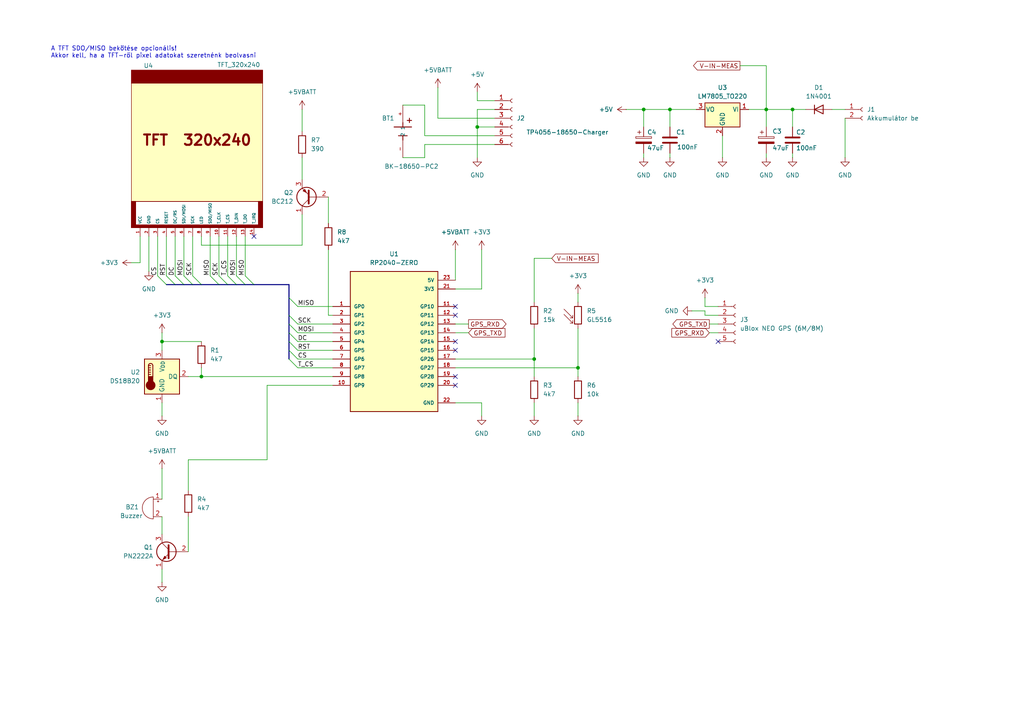
<source format=kicad_sch>
(kicad_sch (version 20250114) (generator "eeschema") (generator_version "9.0")
  (paper "A4")
  (title_block (title "Pico GPS Spedometer") (date "2025-08-16") (company "BT-Soft"))
  (lib_symbols
    (symbol "Connector:Conn_01x02_Socket" (pin_names (offset 1.016) (hide yes))
      (property "Reference" "J" (at 0 2.54 0))
      (property "Value" "Conn_01x02_Socket" (at 0 -5.08 0))
      (symbol "Conn_01x02_Socket_1_1"
        (polyline (pts (xy -1.27 0) (xy -0.508 0)) (stroke (width 0.1524)))
        (polyline (pts (xy -1.27 -2.54) (xy -0.508 -2.54)) (stroke (width 0.1524)))
        (arc (start 0 -0.508) (mid -0.5058 0) (end 0 0.508) (stroke (width 0.1524)))
        (arc (start 0 -3.048) (mid -0.5058 -2.54) (end 0 -2.032) (stroke (width 0.1524)))
        (pin passive line (at -5.08 0 0) (length 3.81) (name "Pin_1") (number "1"))
        (pin passive line (at -5.08 -2.54 0) (length 3.81) (name "Pin_2") (number "2"))
      )
    )
    (symbol "Connector:Conn_01x05_Socket" (pin_names (offset 1.016) (hide yes))
      (property "Reference" "J" (at 0 7.62 0))
      (property "Value" "Conn_01x05_Socket" (at 0 -7.62 0))
      (symbol "Conn_01x05_Socket_1_1"
        (polyline (pts (xy -1.27 5.08) (xy -0.508 5.08)) (stroke (width 0.1524)))
        (polyline (pts (xy -1.27 2.54) (xy -0.508 2.54)) (stroke (width 0.1524)))
        (polyline (pts (xy -1.27 0) (xy -0.508 0)) (stroke (width 0.1524)))
        (polyline (pts (xy -1.27 -2.54) (xy -0.508 -2.54)) (stroke (width 0.1524)))
        (polyline (pts (xy -1.27 -5.08) (xy -0.508 -5.08)) (stroke (width 0.1524)))
        (arc (start 0 4.572) (mid -0.5058 5.08) (end 0 5.588) (stroke (width 0.1524)))
        (arc (start 0 2.032) (mid -0.5058 2.54) (end 0 3.048) (stroke (width 0.1524)))
        (arc (start 0 -0.508) (mid -0.5058 0) (end 0 0.508) (stroke (width 0.1524)))
        (arc (start 0 -3.048) (mid -0.5058 -2.54) (end 0 -2.032) (stroke (width 0.1524)))
        (arc (start 0 -5.588) (mid -0.5058 -5.08) (end 0 -4.572) (stroke (width 0.1524)))
        (pin passive line (at -5.08 5.08 0) (length 3.81) (name "Pin_1") (number "1"))
        (pin passive line (at -5.08 2.54 0) (length 3.81) (name "Pin_2") (number "2"))
        (pin passive line (at -5.08 0 0) (length 3.81) (name "Pin_3") (number "3"))
        (pin passive line (at -5.08 -2.54 0) (length 3.81) (name "Pin_4") (number "4"))
        (pin passive line (at -5.08 -5.08 0) (length 3.81) (name "Pin_5") (number "5"))
      )
    )
    (symbol "Connector:Conn_01x06_Socket" (pin_names (offset 1.016) (hide yes))
      (property "Reference" "J" (at 0 7.62 0))
      (property "Value" "Conn_01x06_Socket" (at 0 -10.16 0))
      (symbol "Conn_01x06_Socket_1_1"
        (polyline (pts (xy -1.27 5.08) (xy -0.508 5.08)) (stroke (width 0.1524)))
        (polyline (pts (xy -1.27 2.54) (xy -0.508 2.54)) (stroke (width 0.1524)))
        (polyline (pts (xy -1.27 0) (xy -0.508 0)) (stroke (width 0.1524)))
        (polyline (pts (xy -1.27 -2.54) (xy -0.508 -2.54)) (stroke (width 0.1524)))
        (polyline (pts (xy -1.27 -5.08) (xy -0.508 -5.08)) (stroke (width 0.1524)))
        (polyline (pts (xy -1.27 -7.62) (xy -0.508 -7.62)) (stroke (width 0.1524)))
        (arc (start 0 4.572) (mid -0.5058 5.08) (end 0 5.588) (stroke (width 0.1524)))
        (arc (start 0 2.032) (mid -0.5058 2.54) (end 0 3.048) (stroke (width 0.1524)))
        (arc (start 0 -0.508) (mid -0.5058 0) (end 0 0.508) (stroke (width 0.1524)))
        (arc (start 0 -3.048) (mid -0.5058 -2.54) (end 0 -2.032) (stroke (width 0.1524)))
        (arc (start 0 -5.588) (mid -0.5058 -5.08) (end 0 -4.572) (stroke (width 0.1524)))
        (arc (start 0 -8.128) (mid -0.5058 -7.62) (end 0 -7.112) (stroke (width 0.1524)))
        (pin passive line (at -5.08 5.08 0) (length 3.81) (name "Pin_1") (number "1"))
        (pin passive line (at -5.08 2.54 0) (length 3.81) (name "Pin_2") (number "2"))
        (pin passive line (at -5.08 0 0) (length 3.81) (name "Pin_3") (number "3"))
        (pin passive line (at -5.08 -2.54 0) (length 3.81) (name "Pin_4") (number "4"))
        (pin passive line (at -5.08 -5.08 0) (length 3.81) (name "Pin_5") (number "5"))
        (pin passive line (at -5.08 -7.62 0) (length 3.81) (name "Pin_6") (number "6"))
      )
    )
    (symbol "Device:BK-18650-PC2" (pin_names (offset 1.016))
      (property "Reference" "BT" (at -3.81 3.81 0))
      (property "Value" "BK-18650-PC2" (at -3.81 -5.08 0))
      (symbol "BK-18650-PC2_0_0"
        (polyline (pts (xy -3.81 1.905) (xy -2.54 1.905)) (stroke (width 0.254)))
        (polyline (pts (xy -3.175 2.54) (xy -3.175 1.27)) (stroke (width 0.254)))
        (polyline (pts (xy -1.27 2.54) (xy -1.27 0)) (stroke (width 0.254)))
        (polyline (pts (xy -1.27 0) (xy -2.54 0)) (stroke (width 0.254)))
        (polyline (pts (xy -1.27 0) (xy -1.27 -2.54)) (stroke (width 0.254)))
        (polyline (pts (xy 1.27 1.27) (xy 1.27 0)) (stroke (width 0.254)))
        (polyline (pts (xy 1.27 0) (xy 1.27 -1.27)) (stroke (width 0.254)))
        (polyline (pts (xy 1.27 0) (xy 2.54 0)) (stroke (width 0.254)))
        (pin bidirectional line (at -7.62 0 0) (length 5.08) (name "1") (number "+"))
        (pin bidirectional line (at 7.62 0 180) (length 5.08) (name "2") (number "-"))
      )
    )
    (symbol "Device:Buzzer" (pin_names (offset 0.0254) (hide yes))
      (property "Reference" "BZ" (at 3.81 1.27 0))
      (property "Value" "Buzzer" (at 3.81 -1.27 0))
      (symbol "Buzzer_0_1"
        (polyline (pts (xy -1.651 1.905) (xy -1.143 1.905)))
        (polyline (pts (xy -1.397 2.159) (xy -1.397 1.651)))
        (arc (start 0 3.175) (mid 3.1612 0) (end 0 -3.175))
        (polyline (pts (xy 0 3.175) (xy 0 -3.175)))
      )
      (symbol "Buzzer_1_1"
        (pin passive line (at -2.54 2.54 0) (length 2.54) (name "+") (number "1"))
        (pin passive line (at -2.54 -2.54 0) (length 2.54) (name "-") (number "2"))
      )
    )
    (symbol "Device:C" (pin_numbers (hide yes)) (pin_names (offset 0.254))
      (property "Reference" "C" (at 0.635 2.54 0))
      (property "Value" "C" (at 0.635 -2.54 0))
      (symbol "C_0_1"
        (polyline (pts (xy -2.032 0.762) (xy 2.032 0.762)) (stroke (width 0.508)))
        (polyline (pts (xy -2.032 -0.762) (xy 2.032 -0.762)) (stroke (width 0.508)))
      )
      (symbol "C_1_1"
        (pin passive line (at 0 3.81 270) (length 2.794) (name "~") (number "1"))
        (pin passive line (at 0 -3.81 90) (length 2.794) (name "~") (number "2"))
      )
    )
    (symbol "Device:C_Polarized" (pin_numbers (hide yes)) (pin_names (offset 0.254))
      (property "Reference" "C" (at 0.635 2.54 0))
      (property "Value" "C_Polarized" (at 0.635 -2.54 0))
      (symbol "C_Polarized_0_1"
        (rectangle (start -2.286 0.508) (end 2.286 1.016))
        (polyline (pts (xy -1.778 2.286) (xy -0.762 2.286)))
        (polyline (pts (xy -1.27 2.794) (xy -1.27 1.778)))
        (rectangle (start 2.286 -0.508) (end -2.286 -1.016) (fill (type outline)))
      )
      (symbol "C_Polarized_1_1"
        (pin passive line (at 0 3.81 270) (length 2.794) (name "~") (number "1"))
        (pin passive line (at 0 -3.81 90) (length 2.794) (name "~") (number "2"))
      )
    )
    (symbol "Device:R" (pin_numbers (hide yes)) (pin_names (offset 0))
      (property "Reference" "R" (at 2.032 0 90))
      (property "Value" "R" (at 0 0 90))
      (symbol "R_0_1"
        (rectangle (start -1.016 -2.54) (end 1.016 2.54) (stroke (width 0.254)))
      )
      (symbol "R_1_1"
        (pin passive line (at 0 3.81 270) (length 1.27) (name "~") (number "1"))
        (pin passive line (at 0 -3.81 90) (length 1.27) (name "~") (number "2"))
      )
    )
    (symbol "Device:R_Photo" (pin_numbers (hide yes)) (pin_names (offset 0))
      (property "Reference" "R" (at 1.27 1.27 0))
      (property "Value" "R_Photo" (at 1.27 0 0))
      (symbol "R_Photo_0_1"
        (polyline (pts (xy -1.524 -0.762) (xy -4.064 1.778)))
        (polyline (pts (xy -1.524 -0.762) (xy -2.286 -0.762)))
        (polyline (pts (xy -1.524 -0.762) (xy -1.524 0)))
        (polyline (pts (xy -1.524 -2.286) (xy -4.064 0.254)))
        (polyline (pts (xy -1.524 -2.286) (xy -2.286 -2.286)))
        (polyline (pts (xy -1.524 -2.286) (xy -1.524 -1.524)))
        (rectangle (start -1.016 2.54) (end 1.016 -2.54) (stroke (width 0.254)))
      )
      (symbol "R_Photo_1_1"
        (pin passive line (at 0 3.81 270) (length 1.27) (name "~") (number "1"))
        (pin passive line (at 0 -3.81 90) (length 1.27) (name "~") (number "2"))
      )
    )
    (symbol "Diode:1N4001" (pin_numbers (hide yes)) (pin_names (hide yes))
      (property "Reference" "D" (at 0 2.54 0))
      (property "Value" "1N4001" (at 0 -2.54 0))
      (symbol "1N4001_0_1"
        (polyline (pts (xy -1.27 1.27) (xy -1.27 -1.27)) (stroke (width 0.254)))
        (polyline (pts (xy 1.27 1.27) (xy 1.27 -1.27) (xy -1.27 0) (xy 1.27 1.27)) (stroke (width 0.254)))
        (polyline (pts (xy 1.27 0) (xy -1.27 0)))
      )
      (symbol "1N4001_1_1"
        (pin passive line (at -3.81 0 0) (length 2.54) (name "K") (number "1"))
        (pin passive line (at 3.81 0 180) (length 2.54) (name "A") (number "2"))
      )
    )
    (symbol "Display_Graphic:TFT_320x240" (pin_names (offset 1.016))
      (property "Reference" "U?" (at 20.32 25.4001 0))
      (property "Value" "TFT_320x240" (at 20.32 22.8601 0))
      (property "Footprint" "z_Devices:TFT-320x240" (at 20.32 20.3201 0))
      (symbol "TFT_320x240_0_0"
        (text "TFT  320x240" (at 0 25.4 0) (effects (font (size 2.9972 2.9972) (bold yes))))
      )
      (symbol "TFT_320x240_0_1"
        (rectangle (start -19.05 41.91) (end 19.05 45.72) (fill (type outline)))
        (rectangle (start -19.05 41.91) (end 19.05 7.62) (fill (type background)))
        (rectangle (start -19.05 7.62) (end -17.78 0) (fill (type outline)))
        (rectangle (start -19.05 7.62) (end 19.05 0))
        (rectangle (start -19.05 0.8382) (end 19.05 0) (fill (type outline)))
        (rectangle (start 17.78 7.62) (end 19.05 0) (fill (type outline)))
      )
      (symbol "TFT_320x240_1_1"
        (pin power_in line (at -16.51 -2.54 90) (length 2.54) (name "VCC") (number "1"))
        (pin bidirectional line (at -13.97 -2.54 90) (length 2.54) (name "GND") (number "2"))
        (pin bidirectional line (at -11.43 -2.54 90) (length 2.54) (name "CS") (number "3"))
        (pin bidirectional line (at -8.89 -2.54 90) (length 2.54) (name "RESET") (number "4"))
        (pin bidirectional line (at -6.35 -2.54 90) (length 2.54) (name "DC/RS") (number "5"))
        (pin bidirectional line (at -3.81 -2.54 90) (length 2.54) (name "SDI/MOSI") (number "6"))
        (pin bidirectional line (at -1.27 -2.54 90) (length 2.54) (name "SCK") (number "7"))
        (pin passive line (at 1.27 -2.54 90) (length 2.54) (name "LED") (number "8"))
        (pin bidirectional line (at 3.81 -2.54 90) (length 2.54) (name "SDO/MISO") (number "9"))
        (pin bidirectional line (at 6.35 -2.54 90) (length 2.54) (name "T_CLK") (number "10"))
        (pin bidirectional line (at 8.89 -2.54 90) (length 2.54) (name "T_CS") (number "11"))
        (pin bidirectional line (at 11.43 -2.54 90) (length 2.54) (name "T_DIN") (number "12"))
        (pin bidirectional line (at 13.97 -2.54 90) (length 2.54) (name "T_DO") (number "13"))
        (pin bidirectional line (at 16.51 -2.54 90) (length 2.54) (name "T_IRQ") (number "14"))
      )
    )
    (symbol "MCU_Module:RP2040-ZERO" (pin_names (offset 1.016))
      (property "Reference" "U" (at -12.7 21.082 0))
      (property "Value" "RP2040-ZERO" (at -12.7 -22.86 0))
      (symbol "RP2040-ZERO_0_0"
        (rectangle (start -12.7 -20.32) (end 12.7 20.32) (stroke (width 0.254)) (fill (type background)))
        (pin bidirectional line (at -17.78 10.16 0) (length 5.08) (name "GP0") (number "1"))
        (pin bidirectional line (at -17.78 7.62 0) (length 5.08) (name "GP1") (number "2"))
        (pin bidirectional line (at -17.78 5.08 0) (length 5.08) (name "GP2") (number "3"))
        (pin bidirectional line (at -17.78 2.54 0) (length 5.08) (name "GP3") (number "4"))
        (pin bidirectional line (at -17.78 0 0) (length 5.08) (name "GP4") (number "5"))
        (pin bidirectional line (at -17.78 -2.54 0) (length 5.08) (name "GP5") (number "6"))
        (pin bidirectional line (at -17.78 -5.08 0) (length 5.08) (name "GP6") (number "7"))
        (pin bidirectional line (at -17.78 -7.62 0) (length 5.08) (name "GP7") (number "8"))
        (pin bidirectional line (at -17.78 -10.16 0) (length 5.08) (name "GP8") (number "9"))
        (pin bidirectional line (at -17.78 -12.7 0) (length 5.08) (name "GP9") (number "10"))
        (pin power_in line (at 17.78 17.78 180) (length 5.08) (name "5V") (number "23"))
        (pin power_in line (at 17.78 15.24 180) (length 5.08) (name "3V3") (number "21"))
        (pin bidirectional line (at 17.78 10.16 180) (length 5.08) (name "GP10") (number "11"))
        (pin bidirectional line (at 17.78 7.62 180) (length 5.08) (name "GP11") (number "12"))
        (pin bidirectional line (at 17.78 5.08 180) (length 5.08) (name "GP12") (number "13"))
        (pin bidirectional line (at 17.78 2.54 180) (length 5.08) (name "GP13") (number "14"))
        (pin bidirectional line (at 17.78 0 180) (length 5.08) (name "GP14") (number "15"))
        (pin bidirectional line (at 17.78 -2.54 180) (length 5.08) (name "GP15") (number "16"))
        (pin bidirectional line (at 17.78 -5.08 180) (length 5.08) (name "GP26") (number "17"))
        (pin bidirectional line (at 17.78 -7.62 180) (length 5.08) (name "GP27") (number "18"))
        (pin bidirectional line (at 17.78 -10.16 180) (length 5.08) (name "GP28") (number "19"))
        (pin bidirectional line (at 17.78 -12.7 180) (length 5.08) (name "GP29") (number "20"))
        (pin power_in line (at 17.78 -17.78 180) (length 5.08) (name "GND") (number "22"))
      )
    )
    (symbol "Regulator_Linear:LM7805_TO220" (pin_names (offset 0.254))
      (property "Reference" "U" (at -3.81 3.175 0))
      (property "Value" "LM7805_TO220" (at 0 3.175 0))
      (symbol "LM7805_TO220_0_1"
        (rectangle (start -5.08 1.905) (end 5.08 -5.08) (stroke (width 0.254)) (fill (type background)))
      )
      (symbol "LM7805_TO220_1_1"
        (pin power_in line (at -7.62 0 0) (length 2.54) (name "VI") (number "1"))
        (pin power_in line (at 0 -7.62 90) (length 2.54) (name "GND") (number "2"))
        (pin power_out line (at 7.62 0 180) (length 2.54) (name "VO") (number "3"))
      )
    )
    (symbol "Sensor_Temperature:DS18B20"
      (property "Reference" "U" (at -3.81 6.35 0))
      (property "Value" "DS18B20" (at 6.35 6.35 0))
      (symbol "DS18B20_0_1"
        (rectangle (start -5.08 5.08) (end 5.08 -5.08) (stroke (width 0.254)) (fill (type background)))
        (polyline (pts (xy -3.937 3.175) (xy -3.937 0)) (stroke (width 0.254)))
        (polyline (pts (xy -3.937 3.175) (xy -3.302 3.175)) (stroke (width 0.254)))
        (polyline (pts (xy -3.937 2.54) (xy -3.302 2.54)) (stroke (width 0.254)))
        (polyline (pts (xy -3.937 1.905) (xy -3.302 1.905)) (stroke (width 0.254)))
        (polyline (pts (xy -3.937 1.27) (xy -3.302 1.27)) (stroke (width 0.254)))
        (polyline (pts (xy -3.937 0.635) (xy -3.302 0.635)) (stroke (width 0.254)))
        (arc (start -3.937 3.175) (mid -3.302 3.8073) (end -2.667 3.175) (stroke (width 0.254)))
        (circle (center -3.302 -2.54) (radius 1.27) (stroke (width 0.254)) (fill (type outline)))
        (polyline (pts (xy -2.667 3.175) (xy -2.667 0)) (stroke (width 0.254)))
        (rectangle (start -2.667 -1.905) (end -3.937 0) (stroke (width 0.254)) (fill (type outline)))
      )
      (symbol "DS18B20_1_1"
        (pin power_in line (at 0 7.62 270) (length 2.54) (name "V_{DD}") (number "3"))
        (pin power_in line (at 0 -7.62 90) (length 2.54) (name "GND") (number "1"))
        (pin bidirectional line (at 7.62 0 180) (length 2.54) (name "DQ") (number "2"))
      )
    )
    (symbol "Transistor_BJT:BC212" (pin_names (offset 0) (hide yes))
      (property "Reference" "Q" (at 5.08 1.905 0))
      (property "Value" "BC212" (at 5.08 0 0))
      (symbol "BC212_0_1"
        (polyline (pts (xy -2.54 0) (xy 0.635 0)))
        (polyline (pts (xy 0.635 1.905) (xy 0.635 -1.905)) (stroke (width 0.508)))
        (polyline (pts (xy 0.635 0.635) (xy 2.54 2.54)))
        (polyline (pts (xy 0.635 -0.635) (xy 2.54 -2.54)))
        (circle (center 1.27 0) (radius 2.8194) (stroke (width 0.254)))
        (polyline (pts (xy 2.286 -1.778) (xy 1.778 -2.286) (xy 1.27 -1.27) (xy 2.286 -1.778)) (fill (type outline)))
      )
      (symbol "BC212_1_1"
        (pin input line (at -5.08 0 0) (length 2.54) (name "B") (number "2"))
        (pin passive line (at 2.54 5.08 270) (length 2.54) (name "C") (number "1"))
        (pin passive line (at 2.54 -5.08 90) (length 2.54) (name "E") (number "3"))
      )
    )
    (symbol "Transistor_BJT:PN2222A" (pin_names (offset 0) (hide yes))
      (property "Reference" "Q" (at 5.08 1.905 0))
      (property "Value" "PN2222A" (at 5.08 0 0))
      (symbol "PN2222A_0_1"
        (polyline (pts (xy -2.54 0) (xy 0.635 0)))
        (polyline (pts (xy 0.635 1.905) (xy 0.635 -1.905)) (stroke (width 0.508)))
        (circle (center 1.27 0) (radius 2.8194) (stroke (width 0.254)))
      )
      (symbol "PN2222A_1_1"
        (polyline (pts (xy 0.635 0.635) (xy 2.54 2.54)))
        (polyline (pts (xy 0.635 -0.635) (xy 2.54 -2.54)))
        (polyline (pts (xy 1.27 -1.778) (xy 1.778 -1.27) (xy 2.286 -2.286) (xy 1.27 -1.778)) (fill (type outline)))
        (pin input line (at -5.08 0 0) (length 2.54) (name "B") (number "2"))
        (pin passive line (at 2.54 5.08 270) (length 2.54) (name "C") (number "3"))
        (pin passive line (at 2.54 -5.08 90) (length 2.54) (name "E") (number "1"))
      )
    )
    (symbol "power:+3V3" (power) (pin_numbers (hide yes)) (pin_names (offset 0) (hide yes))
      (property "Value" "+3V3" (at 0 3.556 0))
      (symbol "+3V3_0_1"
        (polyline (pts (xy -0.762 1.27) (xy 0 2.54)))
        (polyline (pts (xy 0 2.54) (xy 0.762 1.27)))
        (polyline (pts (xy 0 0) (xy 0 2.54)))
      )
      (symbol "+3V3_1_1"
        (pin power_in line (at 0 0 90) (length 0) (name "~") (number "1"))
      )
    )
    (symbol "power:+5V" (power) (pin_numbers (hide yes)) (pin_names (offset 0) (hide yes))
      (property "Value" "+5V" (at 0 3.556 0))
      (symbol "+5V_0_1"
        (polyline (pts (xy -0.762 1.27) (xy 0 2.54)))
        (polyline (pts (xy 0 2.54) (xy 0.762 1.27)))
        (polyline (pts (xy 0 0) (xy 0 2.54)))
      )
      (symbol "+5V_1_1"
        (pin power_in line (at 0 0 90) (length 0) (name "~") (number "1"))
      )
    )
    (symbol "power:GND" (power) (pin_numbers (hide yes)) (pin_names (offset 0) (hide yes))
      (property "Value" "GND" (at 0 -3.81 0))
      (symbol "GND_0_1"
        (polyline (pts (xy 0 0) (xy 0 -1.27) (xy 1.27 -1.27) (xy 0 -2.54) (xy -1.27 -1.27) (xy 0 -1.27)))
      )
      (symbol "GND_1_1"
        (pin power_in line (at 0 0 270) (length 0) (name "~") (number "1"))
      )
    )
  )
  (text "A TFT SDO/MISO bekötése opcionális!\nAkkor kell, ha a TFT-ről pixel adatokat szeretnénk beolvasni" (at 14.732 15.24 0) (effects (font (size 1.27 1.27) (thickness 0.1588)) (justify left)))
  (junction (at 222.25 31.75))
  (junction (at 194.31 31.75))
  (junction (at 138.43 36.83))
  (junction (at 167.64 106.68))
  (junction (at 186.69 31.75))
  (junction (at 58.42 109.22))
  (junction (at 229.87 31.75))
  (junction (at 154.94 104.14))
  (junction (at 46.99 99.06))
  (no_connect (at 132.08 99.06))
  (no_connect (at 73.66 68.58))
  (no_connect (at 132.08 111.76))
  (no_connect (at 132.08 88.9))
  (no_connect (at 132.08 91.44))
  (no_connect (at 208.28 99.06))
  (no_connect (at 132.08 101.6))
  (no_connect (at 132.08 109.22))
  (bus_entry (at 53.34 80.01) (size 2.54 2.54))
  (bus_entry (at 66.04 80.01) (size 2.54 2.54))
  (bus_entry (at 50.8 80.01) (size 2.54 2.54))
  (bus_entry (at 83.82 93.98) (size 2.54 2.54))
  (bus_entry (at 55.88 80.01) (size 2.54 2.54))
  (bus_entry (at 45.72 80.01) (size 2.54 2.54))
  (bus_entry (at 60.96 80.01) (size 2.54 2.54))
  (bus_entry (at 83.82 96.52) (size 2.54 2.54))
  (bus_entry (at 83.82 86.36) (size 2.54 2.54))
  (bus_entry (at 83.82 99.06) (size 2.54 2.54))
  (bus_entry (at 83.82 104.14) (size 2.54 2.54))
  (bus_entry (at 63.5 80.01) (size 2.54 2.54))
  (bus_entry (at 71.12 80.01) (size 2.54 2.54))
  (bus_entry (at 48.26 80.01) (size 2.54 2.54))
  (bus_entry (at 68.58 80.01) (size 2.54 2.54))
  (bus_entry (at 83.82 91.44) (size 2.54 2.54))
  (bus_entry (at 83.82 101.6) (size 2.54 2.54))
  (wire (pts (xy 160.02 74.93) (xy 154.94 74.93)))
  (wire (pts (xy 139.7 72.39) (xy 139.7 83.82)))
  (wire (pts (xy 60.96 68.58) (xy 60.96 80.01)))
  (wire (pts (xy 43.18 68.58) (xy 43.18 78.74)))
  (wire (pts (xy 222.25 31.75) (xy 229.87 31.75)))
  (wire (pts (xy 45.72 68.58) (xy 45.72 80.01)))
  (wire (pts (xy 154.94 104.14) (xy 154.94 109.22)))
  (wire (pts (xy 123.19 41.91) (xy 143.51 41.91)))
  (wire (pts (xy 194.31 31.75) (xy 194.31 36.83)))
  (bus (pts (xy 58.42 82.55) (xy 63.5 82.55)))
  (bus (pts (xy 55.88 82.55) (xy 58.42 82.55)))
  (wire (pts (xy 46.99 99.06) (xy 58.42 99.06)))
  (wire (pts (xy 123.19 45.72) (xy 123.19 41.91)))
  (wire (pts (xy 138.43 36.83) (xy 143.51 36.83)))
  (bus (pts (xy 83.82 93.98) (xy 83.82 91.44)))
  (wire (pts (xy 222.25 44.45) (xy 222.25 45.72)))
  (wire (pts (xy 86.36 96.52) (xy 96.52 96.52)))
  (wire (pts (xy 77.47 111.76) (xy 77.47 133.35)))
  (wire (pts (xy 167.64 106.68) (xy 167.64 109.22)))
  (wire (pts (xy 68.58 68.58) (xy 68.58 80.01)))
  (bus (pts (xy 71.12 82.55) (xy 73.66 82.55)))
  (wire (pts (xy 55.88 68.58) (xy 55.88 80.01)))
  (wire (pts (xy 95.25 91.44) (xy 95.25 72.39)))
  (wire (pts (xy 245.11 34.29) (xy 245.11 45.72)))
  (wire (pts (xy 123.19 39.37) (xy 123.19 30.48)))
  (bus (pts (xy 63.5 82.55) (xy 66.04 82.55)))
  (wire (pts (xy 50.8 68.58) (xy 50.8 80.01)))
  (bus (pts (xy 83.82 86.36) (xy 83.82 91.44)))
  (bus (pts (xy 83.82 101.6) (xy 83.82 99.06)))
  (wire (pts (xy 46.99 96.52) (xy 46.99 99.06)))
  (wire (pts (xy 66.04 68.58) (xy 66.04 80.01)))
  (wire (pts (xy 143.51 31.75) (xy 138.43 31.75)))
  (wire (pts (xy 58.42 106.68) (xy 58.42 109.22)))
  (wire (pts (xy 96.52 91.44) (xy 95.25 91.44)))
  (wire (pts (xy 154.94 95.25) (xy 154.94 104.14)))
  (wire (pts (xy 54.61 133.35) (xy 54.61 142.24)))
  (wire (pts (xy 87.63 45.72) (xy 87.63 52.07)))
  (wire (pts (xy 143.51 29.21) (xy 138.43 29.21)))
  (wire (pts (xy 132.08 93.98) (xy 135.89 93.98)))
  (wire (pts (xy 87.63 62.23) (xy 87.63 71.12)))
  (wire (pts (xy 86.36 104.14) (xy 96.52 104.14)))
  (wire (pts (xy 167.64 85.09) (xy 167.64 87.63)))
  (wire (pts (xy 46.99 99.06) (xy 46.99 101.6)))
  (wire (pts (xy 46.99 135.89) (xy 46.99 144.78)))
  (bus (pts (xy 83.82 86.36) (xy 83.82 82.55)))
  (bus (pts (xy 83.82 96.52) (xy 83.82 93.98)))
  (wire (pts (xy 40.64 76.2) (xy 40.64 68.58)))
  (wire (pts (xy 87.63 31.75) (xy 87.63 38.1)))
  (bus (pts (xy 83.82 99.06) (xy 83.82 96.52)))
  (bus (pts (xy 68.58 82.55) (xy 71.12 82.55)))
  (wire (pts (xy 138.43 29.21) (xy 138.43 26.67)))
  (wire (pts (xy 204.47 90.17) (xy 204.47 91.44)))
  (wire (pts (xy 95.25 57.15) (xy 95.25 64.77)))
  (wire (pts (xy 132.08 104.14) (xy 154.94 104.14)))
  (wire (pts (xy 143.51 34.29) (xy 127 34.29)))
  (wire (pts (xy 77.47 111.76) (xy 96.52 111.76)))
  (wire (pts (xy 204.47 88.9) (xy 204.47 86.36)))
  (wire (pts (xy 217.17 31.75) (xy 222.25 31.75)))
  (wire (pts (xy 138.43 36.83) (xy 138.43 45.72)))
  (bus (pts (xy 53.34 82.55) (xy 55.88 82.55)))
  (wire (pts (xy 132.08 96.52) (xy 135.89 96.52)))
  (wire (pts (xy 200.66 90.17) (xy 204.47 90.17)))
  (wire (pts (xy 46.99 116.84) (xy 46.99 120.65)))
  (wire (pts (xy 167.64 95.25) (xy 167.64 106.68)))
  (wire (pts (xy 53.34 68.58) (xy 53.34 80.01)))
  (wire (pts (xy 86.36 88.9) (xy 96.52 88.9)))
  (wire (pts (xy 139.7 83.82) (xy 132.08 83.82)))
  (wire (pts (xy 87.63 71.12) (xy 58.42 71.12)))
  (wire (pts (xy 194.31 31.75) (xy 186.69 31.75)))
  (wire (pts (xy 181.61 31.75) (xy 186.69 31.75)))
  (wire (pts (xy 139.7 116.84) (xy 132.08 116.84)))
  (wire (pts (xy 48.26 68.58) (xy 48.26 80.01)))
  (wire (pts (xy 209.55 39.37) (xy 209.55 45.72)))
  (wire (pts (xy 123.19 30.48) (xy 116.84 30.48)))
  (bus (pts (xy 73.66 82.55) (xy 83.82 82.55)))
  (wire (pts (xy 54.61 133.35) (xy 77.47 133.35)))
  (wire (pts (xy 143.51 39.37) (xy 123.19 39.37)))
  (wire (pts (xy 222.25 19.05) (xy 222.25 31.75)))
  (bus (pts (xy 66.04 82.55) (xy 68.58 82.55)))
  (wire (pts (xy 86.36 101.6) (xy 96.52 101.6)))
  (wire (pts (xy 154.94 74.93) (xy 154.94 87.63)))
  (wire (pts (xy 116.84 45.72) (xy 123.19 45.72)))
  (bus (pts (xy 83.82 101.6) (xy 83.82 104.14)))
  (wire (pts (xy 204.47 91.44) (xy 208.28 91.44)))
  (wire (pts (xy 58.42 68.58) (xy 58.42 71.12)))
  (wire (pts (xy 132.08 106.68) (xy 167.64 106.68)))
  (wire (pts (xy 86.36 106.68) (xy 96.52 106.68)))
  (wire (pts (xy 54.61 149.86) (xy 54.61 160.02)))
  (wire (pts (xy 38.1 76.2) (xy 40.64 76.2)))
  (wire (pts (xy 229.87 44.45) (xy 229.87 45.72)))
  (wire (pts (xy 63.5 68.58) (xy 63.5 80.01)))
  (wire (pts (xy 167.64 116.84) (xy 167.64 120.65)))
  (wire (pts (xy 58.42 109.22) (xy 96.52 109.22)))
  (wire (pts (xy 229.87 31.75) (xy 229.87 36.83)))
  (wire (pts (xy 222.25 31.75) (xy 222.25 36.83)))
  (bus (pts (xy 48.26 82.55) (xy 50.8 82.55)))
  (bus (pts (xy 50.8 82.55) (xy 53.34 82.55)))
  (wire (pts (xy 194.31 44.45) (xy 194.31 45.72)))
  (wire (pts (xy 138.43 31.75) (xy 138.43 36.83)))
  (wire (pts (xy 71.12 68.58) (xy 71.12 80.01)))
  (wire (pts (xy 208.28 88.9) (xy 204.47 88.9)))
  (wire (pts (xy 54.61 109.22) (xy 58.42 109.22)))
  (wire (pts (xy 154.94 116.84) (xy 154.94 120.65)))
  (wire (pts (xy 86.36 99.06) (xy 96.52 99.06)))
  (wire (pts (xy 214.63 19.05) (xy 222.25 19.05)))
  (wire (pts (xy 201.93 31.75) (xy 194.31 31.75)))
  (wire (pts (xy 46.99 149.86) (xy 46.99 154.94)))
  (wire (pts (xy 205.74 93.98) (xy 208.28 93.98)))
  (wire (pts (xy 241.3 31.75) (xy 245.11 31.75)))
  (wire (pts (xy 186.69 44.45) (xy 186.69 45.72)))
  (wire (pts (xy 127 34.29) (xy 127 25.4)))
  (wire (pts (xy 86.36 93.98) (xy 96.52 93.98)))
  (wire (pts (xy 205.74 96.52) (xy 208.28 96.52)))
  (wire (pts (xy 139.7 120.65) (xy 139.7 116.84)))
  (wire (pts (xy 229.87 31.75) (xy 233.68 31.75)))
  (wire (pts (xy 186.69 31.75) (xy 186.69 36.83)))
  (wire (pts (xy 132.08 72.39) (xy 132.08 81.28)))
  (wire (pts (xy 46.99 165.1) (xy 46.99 168.91)))
  (label "SCK" (at 63.5 80.01 90))
  (label "T_CS" (at 86.36 106.68 0))
  (label "SCK" (at 55.88 80.01 90))
  (label "MISO" (at 86.36 88.9 0))
  (label "MOSI" (at 68.58 80.01 90))
  (label "DC" (at 86.36 99.06 0))
  (label "MISO" (at 60.96 80.01 90))
  (label "CS" (at 86.36 104.14 0))
  (label "MOSI" (at 53.34 80.01 90))
  (label "T_CS" (at 66.04 80.01 90))
  (label "MOSI" (at 86.36 96.52 0))
  (label "RST" (at 86.36 101.6 0))
  (label "DC" (at 50.8 80.01 90))
  (label "RST" (at 48.26 80.01 90))
  (label "SCK" (at 86.36 93.98 0))
  (label "MISO" (at 71.12 80.01 90))
  (label "CS" (at 45.72 80.01 90))
  (global_label "GPS_TXD" (shape input) (at 135.89 96.52 0) (property "Intersheetrefs" "${INTERSHEET_REFS}" (effects (hide yes))))
  (global_label "V-IN-MEAS" (shape output) (at 214.63 19.05 180) (property "Intersheetrefs" "${INTERSHEET_REFS}" (effects (hide yes))))
  (global_label "V-IN-MEAS" (shape input) (at 160.02 74.93 0) (property "Intersheetrefs" "${INTERSHEET_REFS}" (effects (hide yes))))
  (global_label "GPS_RXD" (shape input) (at 205.74 96.52 180) (property "Intersheetrefs" "${INTERSHEET_REFS}" (effects (hide yes))))
  (global_label "GPS_TXD" (shape output) (at 205.74 93.98 180) (property "Intersheetrefs" "${INTERSHEET_REFS}" (effects (hide yes))))
  (global_label "GPS_RXD" (shape output) (at 135.89 93.98 0) (property "Intersheetrefs" "${INTERSHEET_REFS}" (effects (hide yes))))
  (symbol (lib_id "power:GND") (at 186.69 45.72 0) (unit 1)
    (property "Reference" "#PWR011" (effects (hide yes)))
    (property "Value" "GND" (at 186.69 50.8 0))
    (property "Description" "Power symbol creates a global label with name \"GND\" , ground" (effects (hide yes)))
  )
  (symbol (lib_id "power:GND") (at 46.99 168.91 0) (unit 1)
    (property "Reference" "#PWR016" (effects (hide yes)))
    (property "Value" "GND" (at 46.99 173.99 0))
    (property "Description" "Power symbol creates a global label with name \"GND\" , ground" (effects (hide yes)))
  )
  (symbol (lib_id "power:+3V3") (at 167.64 85.09 0) (unit 1)
    (property "Reference" "#PWR024" (effects (hide yes)))
    (property "Value" "+3V3" (at 167.64 80.01 0))
    (property "Description" "Power symbol creates a global label with name \"+3V3\"" (effects (hide yes)))
  )
  (symbol (lib_id "Device:C_Polarized") (at 186.69 40.64 0) (unit 1)
    (property "Reference" "C4" (at 187.706 38.354 0) (effects (justify left)))
    (property "Value" "47uF" (at 187.706 42.926 0) (effects (justify left)))
    (property "Footprint" "Capacitor_THT:CP_Radial_D7.5mm_P2.50mm" (effects (hide yes)))
    (property "Description" "Polarized capacitor" (effects (hide yes)))
  )
  (symbol (lib_id "Device:R") (at 58.42 102.87 0) (unit 1)
    (property "Reference" "R1" (at 60.96 101.5999 0) (effects (justify left)))
    (property "Value" "4k7" (at 60.96 104.1399 0) (effects (justify left)))
    (property "Footprint" "Resistor_THT:R_Axial_DIN0204_L3.6mm_D1.6mm_P7.62mm_Horizontal" (effects (hide yes)))
    (property "Description" "Resistor" (effects (hide yes)))
  )
  (symbol (lib_id "power:GND") (at 154.94 120.65 0) (unit 1)
    (property "Reference" "#PWR015" (effects (hide yes)))
    (property "Value" "GND" (at 154.94 125.73 0))
    (property "Description" "Power symbol creates a global label with name \"GND\" , ground" (effects (hide yes)))
  )
  (symbol (lib_id "Device:Buzzer") (at 44.45 147.32 0) (mirror y) (unit 1)
    (property "Reference" "BZ1" (at 38.354 147.066 0))
    (property "Value" "Buzzer" (at 38.1 149.606 0))
    (property "Footprint" "Buzzer_Beeper:Buzzer_12x9.5RM7.6" (effects (hide yes)))
    (property "Description" "Buzzer, polarized" (effects (hide yes)))
  )
  (symbol (lib_id "Transistor_BJT:PN2222A") (at 49.53 160.02 0) (mirror y) (unit 1)
    (property "Reference" "Q1" (at 44.45 158.7499 0) (effects (justify left)))
    (property "Value" "PN2222A" (at 44.45 161.2899 0) (effects (justify left)))
    (property "Footprint" "Package_TO_SOT_THT:TO-92_Inline" (effects (hide yes)))
    (property "Datasheet" "https://www.onsemi.com/pub/Collateral/PN2222-D.PDF" (effects (hide yes)))
    (property "Description" "1A Ic, 40V Vce, NPN Transistor, General Purpose Transistor, TO-92" (effects (hide yes)))
  )
  (symbol (lib_id "power:GND") (at 245.11 45.72 0) (unit 1)
    (property "Reference" "#PWR012" (effects (hide yes)))
    (property "Value" "GND" (at 245.11 50.8 0))
    (property "Description" "Power symbol creates a global label with name \"GND\" , ground" (effects (hide yes)))
  )
  (symbol (lib_id "power:GND") (at 222.25 45.72 0) (unit 1)
    (property "Reference" "#PWR08" (effects (hide yes)))
    (property "Value" "GND" (at 222.25 50.8 0))
    (property "Description" "Power symbol creates a global label with name \"GND\" , ground" (effects (hide yes)))
  )
  (symbol (lib_id "power:+5V") (at 87.63 31.75 0) (unit 1)
    (property "Reference" "#PWR025" (effects (hide yes)))
    (property "Value" "+5VBATT" (at 87.63 26.67 0))
    (property "Description" "Power symbol creates a global label with name \"+5V\"" (effects (hide yes)))
  )
  (symbol (lib_id "Device:R") (at 95.25 68.58 0) (unit 1)
    (property "Reference" "R8" (at 97.79 67.3099 0) (effects (justify left)))
    (property "Value" "4k7" (at 97.79 69.8499 0) (effects (justify left)))
    (property "Footprint" "Resistor_THT:R_Axial_DIN0204_L3.6mm_D1.6mm_P7.62mm_Horizontal" (effects (hide yes)))
    (property "Description" "Resistor" (effects (hide yes)))
  )
  (symbol (lib_id "power:GND") (at 200.66 90.17 270) (unit 1)
    (property "Reference" "#PWR022" (effects (hide yes)))
    (property "Value" "GND" (at 196.85 90.1699 90) (effects (justify right)))
    (property "Description" "Power symbol creates a global label with name \"GND\" , ground" (effects (hide yes)))
  )
  (symbol (lib_id "power:+5V") (at 181.61 31.75 90) (unit 1)
    (property "Reference" "#PWR014" (effects (hide yes)))
    (property "Value" "+5V" (at 177.8 31.7499 90) (effects (justify left)))
    (property "Description" "Power symbol creates a global label with name \"+5V\"" (effects (hide yes)))
  )
  (symbol (lib_id "power:GND") (at 194.31 45.72 0) (unit 1)
    (property "Reference" "#PWR010" (effects (hide yes)))
    (property "Value" "GND" (at 194.31 50.8 0))
    (property "Description" "Power symbol creates a global label with name \"GND\" , ground" (effects (hide yes)))
  )
  (symbol (lib_id "power:GND") (at 138.43 45.72 0) (unit 1)
    (property "Reference" "#PWR018" (effects (hide yes)))
    (property "Value" "GND" (at 138.43 50.8 0))
    (property "Description" "Power symbol creates a global label with name \"GND\" , ground" (effects (hide yes)))
  )
  (symbol (lib_id "Device:R") (at 87.63 41.91 0) (unit 1)
    (property "Reference" "R7" (at 90.17 40.6399 0) (effects (justify left)))
    (property "Value" "390" (at 90.17 43.1799 0) (effects (justify left)))
    (property "Footprint" "Resistor_THT:R_Axial_DIN0204_L3.6mm_D1.6mm_P7.62mm_Horizontal" (effects (hide yes)))
    (property "Description" "Resistor" (effects (hide yes)))
  )
  (symbol (lib_id "Device:R") (at 54.61 146.05 0) (unit 1)
    (property "Reference" "R4" (at 57.15 144.7799 0) (effects (justify left)))
    (property "Value" "4k7" (at 57.15 147.3199 0) (effects (justify left)))
    (property "Footprint" "Resistor_THT:R_Axial_DIN0204_L3.6mm_D1.6mm_P7.62mm_Horizontal" (effects (hide yes)))
    (property "Description" "Resistor" (effects (hide yes)))
  )
  (symbol (lib_id "power:GND") (at 229.87 45.72 0) (unit 1)
    (property "Reference" "#PWR09" (effects (hide yes)))
    (property "Value" "GND" (at 229.87 50.8 0))
    (property "Description" "Power symbol creates a global label with name \"GND\" , ground" (effects (hide yes)))
  )
  (symbol (lib_id "Device:C") (at 194.31 40.64 0) (unit 1)
    (property "Reference" "C1" (at 196.088 38.354 0) (effects (justify left)))
    (property "Value" "100nF" (at 196.342 42.672 0) (effects (justify left)))
    (property "Footprint" "Capacitor_THT:C_Disc_D5.0mm_W2.5mm_P2.50mm" (effects (hide yes)))
    (property "Description" "Unpolarized capacitor" (effects (hide yes)))
  )
  (symbol (lib_id "Transistor_BJT:BC212") (at 90.17 57.15 180) (unit 1)
    (property "Reference" "Q2" (at 85.09 55.8799 0) (effects (justify left)))
    (property "Value" "BC212" (at 85.09 58.4199 0) (effects (justify left)))
    (property "Footprint" "Package_TO_SOT_THT:TO-92_Inline" (effects (hide yes)))
    (property "Datasheet" "https://media.digikey.com/pdf/Data%20Sheets/Fairchild%20PDFs/BC212.pdf" (effects (hide yes)))
    (property "Description" "0.3A Ic, 50V Vce, PNP Transistor, TO-92" (effects (hide yes)))
  )
  (symbol (lib_id "Sensor_Temperature:DS18B20") (at 46.99 109.22 0) (unit 1)
    (property "Reference" "U2" (at 40.64 107.9499 0) (effects (justify right)))
    (property "Value" "DS18B20" (at 40.64 110.4899 0) (effects (justify right)))
    (property "Footprint" "Connector_PinHeader_2.54mm:PinHeader_1x03_P2.54mm_Vertical" (effects (hide yes)))
    (property "Datasheet" "http://datasheets.maximintegrated.com/en/ds/DS18B20.pdf" (effects (hide yes)))
    (property "Description" "Programmable Resolution 1-Wire Digital Thermometer TO-92" (effects (hide yes)))
  )
  (symbol (lib_id "Device:R") (at 154.94 91.44 0) (unit 1)
    (property "Reference" "R2" (at 157.48 90.1699 0) (effects (justify left)))
    (property "Value" "15k" (at 157.48 92.7099 0) (effects (justify left)))
    (property "Footprint" "Resistor_THT:R_Axial_DIN0204_L3.6mm_D1.6mm_P7.62mm_Horizontal" (effects (hide yes)))
    (property "Description" "Resistor" (effects (hide yes)))
  )
  (symbol (lib_id "power:GND") (at 46.99 120.65 0) (unit 1)
    (property "Reference" "#PWR05" (effects (hide yes)))
    (property "Value" "GND" (at 46.99 125.73 0))
    (property "Description" "Power symbol creates a global label with name \"GND\" , ground" (effects (hide yes)))
  )
  (symbol (lib_id "Display_Graphic:TFT_320x240") (at 57.15 66.04 0) (unit 1)
    (property "Reference" "U4" (at 41.656 19.05 0) (effects (justify left)))
    (property "Value" "TFT_320x240" (at 62.992 18.796 0) (effects (justify left)))
    (property "Footprint" "Connector_PinSocket_2.54mm:PinSocket_1x14_P2.54mm_Vertical" (effects (hide yes)))
  )
  (symbol (lib_id "Connector:Conn_01x06_Socket") (at 148.59 34.29 0) (unit 1)
    (property "Reference" "J2" (at 149.86 34.2899 0) (effects (justify left)))
    (property "Value" "TP4056-18650-Charger" (at 152.654 38.354 0) (effects (justify left)))
    (property "Footprint" "Battery:TP4056-18650" (effects (hide yes)))
    (property "Description" "Generic connector, single row, 01x06, script generated" (effects (hide yes)))
  )
  (symbol (lib_id "power:+3V3") (at 46.99 96.52 0) (unit 1)
    (property "Reference" "#PWR06" (effects (hide yes)))
    (property "Value" "+3V3" (at 46.99 91.44 0))
    (property "Description" "Power symbol creates a global label with name \"+3V3\"" (effects (hide yes)))
  )
  (symbol (lib_id "Diode:1N4001") (at 237.49 31.75 0) (unit 1)
    (property "Reference" "D1" (at 237.49 25.4 0))
    (property "Value" "1N4001" (at 237.49 27.94 0))
    (property "Footprint" "Diode_THT:D_DO-41_SOD81_P10.16mm_Horizontal" (effects (hide yes)))
    (property "Datasheet" "http://www.vishay.com/docs/88503/1n4001.pdf" (effects (hide yes)))
    (property "Description" "50V 1A General Purpose Rectifier Diode, DO-41" (effects (hide yes)))
    (property "Sim.Device" "D" (effects (hide yes)))
    (property "Sim.Pins" "1=K 2=A" (effects (hide yes)))
  )
  (symbol (lib_id "power:GND") (at 139.7 120.65 0) (unit 1)
    (property "Reference" "#PWR03" (effects (hide yes)))
    (property "Value" "GND" (at 139.7 125.73 0))
    (property "Description" "Power symbol creates a global label with name \"GND\" , ground" (effects (hide yes)))
  )
  (symbol (lib_id "power:GND") (at 167.64 120.65 0) (unit 1)
    (property "Reference" "#PWR023" (effects (hide yes)))
    (property "Value" "GND" (at 167.64 125.73 0))
    (property "Description" "Power symbol creates a global label with name \"GND\" , ground" (effects (hide yes)))
  )
  (symbol (lib_id "Device:C_Polarized") (at 222.25 40.64 0) (unit 1)
    (property "Reference" "C3" (at 224.028 38.1 0) (effects (justify left)))
    (property "Value" "47uF" (at 224.028 42.926 0) (effects (justify left)))
    (property "Footprint" "Capacitor_THT:CP_Radial_D7.5mm_P2.50mm" (effects (hide yes)))
    (property "Description" "Polarized capacitor" (effects (hide yes)))
  )
  (symbol (lib_id "power:GND") (at 43.18 78.74 0) (unit 1)
    (property "Reference" "#PWR04" (effects (hide yes)))
    (property "Value" "GND" (at 43.18 83.82 0))
    (property "Description" "Power symbol creates a global label with name \"GND\" , ground" (effects (hide yes)))
  )
  (symbol (lib_id "Device:R") (at 167.64 113.03 0) (unit 1)
    (property "Reference" "R6" (at 170.18 111.7599 0) (effects (justify left)))
    (property "Value" "10k" (at 170.18 114.2999 0) (effects (justify left)))
    (property "Footprint" "Resistor_THT:R_Axial_DIN0204_L3.6mm_D1.6mm_P7.62mm_Horizontal" (effects (hide yes)))
    (property "Description" "Resistor" (effects (hide yes)))
  )
  (symbol (lib_id "Device:R") (at 154.94 113.03 0) (unit 1)
    (property "Reference" "R3" (at 157.48 111.7599 0) (effects (justify left)))
    (property "Value" "4k7" (at 157.48 114.2999 0) (effects (justify left)))
    (property "Footprint" "Resistor_THT:R_Axial_DIN0204_L3.6mm_D1.6mm_P7.62mm_Horizontal" (effects (hide yes)))
    (property "Description" "Resistor" (effects (hide yes)))
  )
  (symbol (lib_id "power:+3V3") (at 38.1 76.2 90) (unit 1)
    (property "Reference" "#PWR01" (effects (hide yes)))
    (property "Value" "+3V3" (at 34.29 76.1999 90) (effects (justify left)))
    (property "Description" "Power symbol creates a global label with name \"+3V3\"" (effects (hide yes)))
  )
  (symbol (lib_id "Connector:Conn_01x05_Socket") (at 213.36 93.98 0) (unit 1)
    (property "Reference" "J3" (at 214.63 92.7099 0) (effects (justify left)))
    (property "Value" "uBlox NEO GPS (6M/8M)" (at 214.63 95.2499 0) (effects (justify left)))
    (property "Footprint" "Connector_PinSocket_2.54mm:PinSocket_1x05_P2.54mm_Vertical" (effects (hide yes)))
    (property "Description" "Generic connector, single row, 01x05, script generated" (effects (hide yes)))
  )
  (symbol (lib_id "Regulator_Linear:LM7805_TO220") (at 209.55 31.75 0) (mirror y) (unit 1)
    (property "Reference" "U3" (at 209.55 25.4 0))
    (property "Value" "LM7805_TO220" (at 209.55 27.94 0))
    (property "Footprint" "Package_TO_SOT_THT:TO-220-3_Horizontal_TabDown" (effects (hide yes)))
    (property "Datasheet" "https://www.onsemi.cn/PowerSolutions/document/MC7800-D.PDF" (effects (hide yes)))
    (property "Description" "Positive 1A 35V Linear Regulator, Fixed Output 5V, TO-220" (effects (hide yes)))
  )
  (symbol (lib_id "MCU_Module:RP2040-ZERO") (at 114.3 99.06 0) (unit 1)
    (property "Reference" "U1" (at 114.3 73.66 0))
    (property "Value" "RP2040-ZERO" (at 114.3 76.2 0))
    (property "Footprint" "Module:MODULE_RP2040-ZERO" (effects (hide yes)))
    (property "MF" "Waveshare Electronics" (effects (hide yes)))
    (property "MAXIMUM_PACKAGE_HEIGHT" "5.35mm" (effects (hide yes)))
    (property "Package" "Package" (effects (hide yes)))
    (property "Price" "None" (effects (hide yes)))
    (property "Check_prices" "https://www.snapeda.com/parts/RP2040-ZERO/Waveshare+Electronics/view-part/?ref=eda" (effects (hide yes)))
    (property "STANDARD" "Manufacturer Recommendations" (effects (hide yes)))
    (property "PARTREV" "NA" (effects (hide yes)))
    (property "SnapEDA_Link" "https://www.snapeda.com/parts/RP2040-ZERO/Waveshare+Electronics/view-part/?ref=snap" (effects (hide yes)))
    (property "MP" "RP2040-ZERO" (effects (hide yes)))
    (property "Description_1" "Low-Cost, High-Performance Pico-Like MCU Board Based On Raspberry Pi Microcontroller RP2040" (effects (hide yes)))
    (property "Availability" "Not in stock" (effects (hide yes)))
    (property "MANUFACTURER" "Waveshare" (effects (hide yes)))
  )
  (symbol (lib_id "power:+5V") (at 132.08 72.39 0) (unit 1)
    (property "Reference" "#PWR013" (effects (hide yes)))
    (property "Value" "+5VBATT" (at 132.08 67.31 0))
    (property "Description" "Power symbol creates a global label with name \"+5V\"" (effects (hide yes)))
  )
  (symbol (lib_id "power:+3V3") (at 204.47 86.36 0) (unit 1)
    (property "Reference" "#PWR021" (effects (hide yes)))
    (property "Value" "+3V3" (at 204.47 81.28 0))
    (property "Description" "Power symbol creates a global label with name \"+3V3\"" (effects (hide yes)))
  )
  (symbol (lib_id "power:+5V") (at 127 25.4 0) (unit 1)
    (property "Reference" "#PWR020" (effects (hide yes)))
    (property "Value" "+5VBATT" (at 127 20.32 0))
    (property "Description" "Power symbol creates a global label with name \"+5V\"" (effects (hide yes)))
  )
  (symbol (lib_id "power:GND") (at 209.55 45.72 0) (unit 1)
    (property "Reference" "#PWR07" (effects (hide yes)))
    (property "Value" "GND" (at 209.55 50.8 0))
    (property "Description" "Power symbol creates a global label with name \"GND\" , ground" (effects (hide yes)))
  )
  (symbol (lib_id "power:+5V") (at 138.43 26.67 0) (unit 1)
    (property "Reference" "#PWR019" (effects (hide yes)))
    (property "Value" "+5V" (at 138.43 21.59 0))
    (property "Description" "Power symbol creates a global label with name \"+5V\"" (effects (hide yes)))
  )
  (symbol (lib_id "Connector:Conn_01x02_Socket") (at 250.19 31.75 0) (unit 1)
    (property "Reference" "J1" (at 251.46 31.7499 0) (effects (justify left)))
    (property "Value" "Akkumulátor be" (at 251.46 34.2899 0) (effects (justify left)))
    (property "Footprint" "Connector_PinHeader_2.54mm:PinHeader_1x02_P2.54mm_Vertical" (effects (hide yes)))
    (property "Description" "Generic connector, single row, 01x02, script generated" (effects (hide yes)))
  )
  (symbol (lib_id "Device:R_Photo") (at 167.64 91.44 0) (unit 1)
    (property "Reference" "R5" (at 170.18 90.1699 0) (effects (justify left)))
    (property "Value" "GL5516" (at 170.18 92.7099 0) (effects (justify left)))
    (property "Footprint" "Connector_PinHeader_2.54mm:PinHeader_1x02_P2.54mm_Vertical" (effects (hide yes)))
    (property "Description" "Photoresistor" (effects (hide yes)))
  )
  (symbol (lib_id "power:+5V") (at 46.99 135.89 0) (unit 1)
    (property "Reference" "#PWR017" (effects (hide yes)))
    (property "Value" "+5VBATT" (at 46.99 130.81 0))
    (property "Description" "Power symbol creates a global label with name \"+5V\"" (effects (hide yes)))
  )
  (symbol (lib_id "power:+3V3") (at 139.7 72.39 0) (unit 1)
    (property "Reference" "#PWR02" (effects (hide yes)))
    (property "Value" "+3V3" (at 139.7 67.31 0))
    (property "Description" "Power symbol creates a global label with name \"+3V3\"" (effects (hide yes)))
  )
  (symbol (lib_id "Device:C") (at 229.87 40.64 0) (unit 1)
    (property "Reference" "C2" (at 230.886 38.354 0) (effects (justify left)))
    (property "Value" "100nF" (at 230.886 42.926 0) (effects (justify left)))
    (property "Footprint" "Capacitor_THT:C_Disc_D5.0mm_W2.5mm_P2.50mm" (effects (hide yes)))
    (property "Description" "Unpolarized capacitor" (effects (hide yes)))
  )
  (symbol (lib_id "Device:BK-18650-PC2") (at 116.84 38.1 270) (unit 1)
    (property "Reference" "BT1" (at 110.744 34.29 90) (effects (justify left)))
    (property "Value" "BK-18650-PC2" (at 111.506 48.26 90) (effects (justify left)))
    (property "Footprint" "Battery:BatteryHolder_MPD_BK-18650-PC2" (effects (hide yes)))
    (property "Description" "Battery Holder (Open) 18650 1 Cell PC Pin" (effects (hide yes)))
    (property "MF" "Memory Protection Devices" (effects (hide yes)))
    (property "Package" "None" (effects (hide yes)))
    (property "Check_prices" "https://www.snapeda.com/parts/BK-18650-PC2/Memory+Protection+Devices/view-part/?ref=eda" (effects (hide yes)))
    (property "Price" "None" (effects (hide yes)))
    (property "SnapEDA_Link" "https://www.snapeda.com/parts/BK-18650-PC2/Memory+Protection+Devices/view-part/?ref=snap" (effects (hide yes)))
    (property "MP" "BK-18650-PC2" (effects (hide yes)))
    (property "Description_1" "Battery Holder (Open) 18650 1 Cell PC Pin" (effects (hide yes)))
    (property "Availability" "In Stock" (effects (hide yes)))
    (property "AVAILABILITY" "In Stock" (effects (hide yes)))
    (property "PURCHASE-URL" "https://www.ktron.in/product/18650-battery-holder-1s-pcb-mounted/" (effects (hide yes)))
  )
)
</source>
